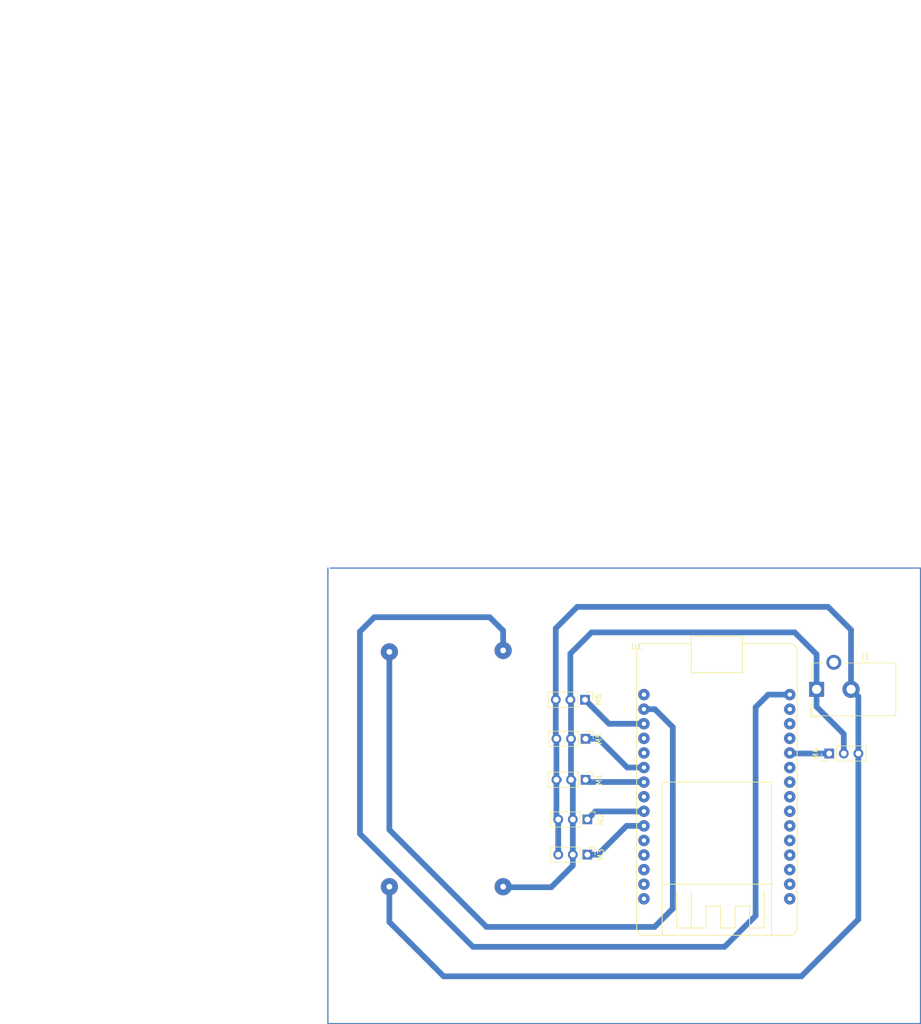
<source format=kicad_pcb>
(kicad_pcb (version 20240108) (generator "pcbnew") (generator_version "8.0")
  (layers (0 "F.Cu" signal) (31 "B.Cu" signal) (34 "B.Paste" user) (35 "F.Paste" user) (36 "B.SilkS" user "B.Silkscreen") (37 "F.SilkS" user "F.Silkscreen") (38 "B.Mask" user) (39 "F.Mask" user) (44 "Edge.Cuts" user))
  (net 0 "")
  (net 1 "GND")
  (net 2 "+12V")
  (net 3 "PWM3")
  (net 4 "PWM2")
  (net 5 "PWM1")
  (net 6 "PWM6")
  (net 7 "PWM4")
  (net 8 "PWM5")
  (net 11 "VccPlaca")
  (net 25 "GndPlaca")
  (footprint "Connector_PinHeader_2.54mm:PinHeader_1x03_P2.54mm_Vertical" (layer "F.Cu") (at 86.955 127.32 -90)
    (property "Reference" "M2" (at 0 -2.33 90) (layer "F.SilkS"))
    (property "Value" "Motor_Servo")
    (fp_line (start -1.33 6.41) (end 1.33 6.41) (stroke (width 0.12)) (layer "F.SilkS"))
    (fp_line (start -1.33 1.27) (end -1.33 6.41) (stroke (width 0.12)) (layer "F.SilkS"))
    (fp_line (start -1.33 1.27) (end 1.33 1.27) (stroke (width 0.12)) (layer "F.SilkS"))
    (fp_line (start 1.33 1.27) (end 1.33 6.41) (stroke (width 0.12)) (layer "F.SilkS"))
    (fp_line (start -1.33 0) (end -1.33 -1.33) (stroke (width 0.12)) (layer "F.SilkS"))
    (fp_line (start -1.33 -1.33) (end 0 -1.33) (stroke (width 0.12)) (layer "F.SilkS"))
    (pad "1" thru_hole rect (at 0 0 270) (size 1.7 1.7) (drill 1) (layers "*.Cu" "*.Mask") (net 4 "PWM2"))
    (pad "2" thru_hole oval (at 0 2.54 270) (size 1.7 1.7) (drill 1) (layers "*.Cu" "*.Mask") (net 2 "+12V"))
    (pad "3" thru_hole oval (at 0 5.08 270) (size 1.7 1.7) (drill 1) (layers "*.Cu" "*.Mask") (net 1 "GND"))
  )
  (footprint "Connector_BarrelJack:BarrelJack_CUI_PJ-102AH_Horizontal" (layer "F.Cu") (at 126.87 104.66 90)
    (property "Reference" "J1" (at 5.75 8.45 0) (layer "F.SilkS"))
    (property "Value" "Barrel_Jack_MountingPin")
    (fp_line (start -4.84 -1.04) (end -3.1 -1.04) (stroke (width 0.12)) (layer "F.SilkS"))
    (fp_line (start 4.6 -0.8) (end 4.6 1.2) (stroke (width 0.12)) (layer "F.SilkS"))
    (fp_line (start 1.8 -0.8) (end 4.6 -0.8) (stroke (width 0.12)) (layer "F.SilkS"))
    (fp_line (start -4.6 -0.8) (end -1.8 -0.8) (stroke (width 0.12)) (layer "F.SilkS"))
    (fp_line (start -4.84 0.7) (end -4.84 -1.04) (stroke (width 0.12)) (layer "F.SilkS"))
    (fp_line (start 4.6 4.8) (end 4.6 13.8) (stroke (width 0.12)) (layer "F.SilkS"))
    (fp_line (start 4.6 13.8) (end -4.6 13.8) (stroke (width 0.12)) (layer "F.SilkS"))
    (fp_line (start -4.6 13.8) (end -4.6 -0.8) (stroke (width 0.12)) (layer "F.SilkS"))
    (pad "1" thru_hole rect (at 0 0 90) (size 2.6 2.6) (drill 1.6) (layers "*.Cu" "*.Mask") (net 2 "+12V"))
    (pad "2" thru_hole circle (at 0 6 90) (size 3 3) (drill 1.6) (layers "*.Cu" "*.Mask") (net 1 "GND"))
    (pad "3" thru_hole circle (at 4.7 3 90) (size 2.6 2.6) (drill 1.6) (layers "*.Cu" "*.Mask"))
  )
  (footprint "Connector_PinHeader_2.54mm:PinHeader_1x03_P2.54mm_Vertical" (layer "F.Cu") (at 86.64 120.41 -90)
    (property "Reference" "M1" (at 0 -2.33 90) (layer "F.SilkS"))
    (property "Value" "Motor_Servo")
    (fp_line (start -1.33 6.41) (end 1.33 6.41) (stroke (width 0.12)) (layer "F.SilkS"))
    (fp_line (start -1.33 1.27) (end -1.33 6.41) (stroke (width 0.12)) (layer "F.SilkS"))
    (fp_line (start -1.33 1.27) (end 1.33 1.27) (stroke (width 0.12)) (layer "F.SilkS"))
    (fp_line (start 1.33 1.27) (end 1.33 6.41) (stroke (width 0.12)) (layer "F.SilkS"))
    (fp_line (start -1.33 0) (end -1.33 -1.33) (stroke (width 0.12)) (layer "F.SilkS"))
    (fp_line (start -1.33 -1.33) (end 0 -1.33) (stroke (width 0.12)) (layer "F.SilkS"))
    (pad "1" thru_hole rect (at 0 0 270) (size 1.7 1.7) (drill 1) (layers "*.Cu" "*.Mask") (net 3 "PWM3"))
    (pad "2" thru_hole oval (at 0 2.54 270) (size 1.7 1.7) (drill 1) (layers "*.Cu" "*.Mask") (net 2 "+12V"))
    (pad "3" thru_hole oval (at 0 5.08 270) (size 1.7 1.7) (drill 1) (layers "*.Cu" "*.Mask") (net 1 "GND"))
  )
  (footprint "Connector_PinHeader_2.54mm:PinHeader_1x03_P2.54mm_Vertical" (layer "F.Cu") (at 86.53 106.47 -90)
    (property "Reference" "M6" (at 0 -2.33 90) (layer "F.SilkS"))
    (property "Value" "Motor_Servo")
    (fp_line (start -1.33 6.41) (end 1.33 6.41) (stroke (width 0.12)) (layer "F.SilkS"))
    (fp_line (start -1.33 1.27) (end -1.33 6.41) (stroke (width 0.12)) (layer "F.SilkS"))
    (fp_line (start -1.33 1.27) (end 1.33 1.27) (stroke (width 0.12)) (layer "F.SilkS"))
    (fp_line (start 1.33 1.27) (end 1.33 6.41) (stroke (width 0.12)) (layer "F.SilkS"))
    (fp_line (start -1.33 0) (end -1.33 -1.33) (stroke (width 0.12)) (layer "F.SilkS"))
    (fp_line (start -1.33 -1.33) (end 0 -1.33) (stroke (width 0.12)) (layer "F.SilkS"))
    (pad "1" thru_hole rect (at 0 0 270) (size 1.7 1.7) (drill 1) (layers "*.Cu" "*.Mask") (net 8 "PWM5"))
    (pad "2" thru_hole oval (at 0 2.54 270) (size 1.7 1.7) (drill 1) (layers "*.Cu" "*.Mask") (net 2 "+12V"))
    (pad "3" thru_hole oval (at 0 5.08 270) (size 1.7 1.7) (drill 1) (layers "*.Cu" "*.Mask") (net 1 "GND"))
  )
  (footprint "Connector_PinHeader_2.54mm:PinHeader_1x03_P2.54mm_Vertical" (layer "F.Cu") (at 86.64 113.27 -90)
    (property "Reference" "M5" (at 0 -2.33 90) (layer "F.SilkS"))
    (property "Value" "Motor_Servo")
    (fp_line (start -1.33 6.41) (end 1.33 6.41) (stroke (width 0.12)) (layer "F.SilkS"))
    (fp_line (start -1.33 1.27) (end -1.33 6.41) (stroke (width 0.12)) (layer "F.SilkS"))
    (fp_line (start -1.33 1.27) (end 1.33 1.27) (stroke (width 0.12)) (layer "F.SilkS"))
    (fp_line (start 1.33 1.27) (end 1.33 6.41) (stroke (width 0.12)) (layer "F.SilkS"))
    (fp_line (start -1.33 0) (end -1.33 -1.33) (stroke (width 0.12)) (layer "F.SilkS"))
    (fp_line (start -1.33 -1.33) (end 0 -1.33) (stroke (width 0.12)) (layer "F.SilkS"))
    (pad "1" thru_hole rect (at 0 0 270) (size 1.7 1.7) (drill 1) (layers "*.Cu" "*.Mask") (net 7 "PWM4"))
    (pad "2" thru_hole oval (at 0 2.54 270) (size 1.7 1.7) (drill 1) (layers "*.Cu" "*.Mask") (net 2 "+12V"))
    (pad "3" thru_hole oval (at 0 5.08 270) (size 1.7 1.7) (drill 1) (layers "*.Cu" "*.Mask") (net 1 "GND"))
  )
  (footprint "DOIT_ESP32:DOIT_ESP32_Devkit_mirko" (layer "F.Cu") (at 95.53 96.69)
    (property "Reference" "U1" (at 0 0.5 0) (layer "F.SilkS"))
    (property "Value" "ESP32-Devkit-V1")
    (fp_line (start 0 49.53) (end 0 1.27) (stroke (width 0.15)) (layer "F.SilkS"))
    (fp_line (start 1.27 50.8) (end 26.67 50.8) (stroke (width 0.15)) (layer "F.SilkS"))
    (fp_line (start 4.445 24.13) (end 23.495 24.13) (stroke (width 0.15)) (layer "F.SilkS"))
    (fp_line (start 4.445 50.8) (end 4.445 24.13) (stroke (width 0.15)) (layer "F.SilkS"))
    (fp_line (start 6.985 43.18) (end 6.985 49.53) (stroke (width 0.15)) (layer "F.SilkS"))
    (fp_line (start 6.985 49.53) (end 9.525 49.53) (stroke (width 0.15)) (layer "F.SilkS"))
    (fp_line (start 9.525 -1.27) (end 9.525 5.08) (stroke (width 0.15)) (layer "F.SilkS"))
    (fp_line (start 9.525 0) (end 1.27 0) (stroke (width 0.15)) (layer "F.SilkS"))
    (fp_line (start 9.525 5.08) (end 10.795 5.08) (stroke (width 0.15)) (layer "F.SilkS"))
    (fp_line (start 9.525 49.53) (end 9.525 43.18) (stroke (width 0.15)) (layer "F.SilkS"))
    (fp_line (start 9.525 49.53) (end 12.065 49.53) (stroke (width 0.15)) (layer "F.SilkS"))
    (fp_line (start 10.795 -1.27) (end 9.525 -1.27) (stroke (width 0.15)) (layer "F.SilkS"))
    (fp_line (start 12.065 -1.27) (end 10.795 -1.27) (stroke (width 0.15)) (layer "F.SilkS"))
    (fp_line (start 12.065 -1.27) (end 18.415 -1.27) (stroke (width 0.15)) (layer "F.SilkS"))
    (fp_line (start 12.065 45.72) (end 14.605 45.72) (stroke (width 0.15)) (layer "F.SilkS"))
    (fp_line (start 12.065 46.99) (end 12.065 45.72) (stroke (width 0.15)) (layer "F.SilkS"))
    (fp_line (start 12.065 49.53) (end 12.065 46.99) (stroke (width 0.15)) (layer "F.SilkS"))
    (fp_line (start 14.605 45.72) (end 14.605 49.53) (stroke (width 0.15)) (layer "F.SilkS"))
    (fp_line (start 14.605 49.53) (end 17.145 49.53) (stroke (width 0.15)) (layer "F.SilkS"))
    (fp_line (start 17.145 45.72) (end 19.685 45.72) (stroke (width 0.15)) (layer "F.SilkS"))
    (fp_line (start 17.145 49.53) (end 17.145 45.72) (stroke (width 0.15)) (layer "F.SilkS"))
    (fp_line (start 18.415 -1.27) (end 18.415 2.54) (stroke (width 0.15)) (layer "F.SilkS"))
    (fp_line (start 18.415 0) (end 26.67 0) (stroke (width 0.15)) (layer "F.SilkS"))
    (fp_line (start 18.415 3.81) (end 18.415 2.54) (stroke (width 0.15)) (layer "F.SilkS"))
    (fp_line (start 18.415 3.81) (end 18.415 5.08) (stroke (width 0.15)) (layer "F.SilkS"))
    (fp_line (start 18.415 5.08) (end 10.795 5.08) (stroke (width 0.15)) (layer "F.SilkS"))
    (fp_line (start 19.685 45.72) (end 19.685 48.26) (stroke (width 0.15)) (layer "F.SilkS"))
    (fp_line (start 19.685 48.26) (end 19.685 49.53) (stroke (width 0.15)) (layer "F.SilkS"))
    (fp_line (start 19.685 49.53) (end 22.225 49.53) (stroke (width 0.15)) (layer "F.SilkS"))
    (fp_line (start 22.225 49.53) (end 22.225 43.18) (stroke (width 0.15)) (layer "F.SilkS"))
    (fp_line (start 23.495 24.13) (end 23.495 50.8) (stroke (width 0.15)) (layer "F.SilkS"))
    (fp_line (start 23.495 41.91) (end 4.445 41.91) (stroke (width 0.15)) (layer "F.SilkS"))
    (fp_line (start 27.94 1.27) (end 27.94 49.53) (stroke (width 0.15)) (layer "F.SilkS"))
    (fp_arc (start 0 1.27) (mid 0.371974 0.371974) (end 1.27 0) (stroke (width 0.15)) (layer "F.SilkS"))
    (fp_arc (start 1.27 50.8) (mid 0.371974 50.428026) (end 0 49.53) (stroke (width 0.15)) (layer "F.SilkS"))
    (fp_arc (start 26.67 0) (mid 27.568026 0.371974) (end 27.94 1.27) (stroke (width 0.15)) (layer "F.SilkS"))
    (fp_arc (start 27.94 49.53) (mid 27.568026 50.428026) (end 26.67 50.8) (stroke (width 0.15)) (layer "F.SilkS"))
    (pad "1" thru_hole circle (at 26.67 8.89) (size 2 2) (drill 0.762) (layers "*.Cu" "*.Mask") (net 11 "VccPlaca"))
    (pad "2" thru_hole circle (at 26.67 11.43) (size 2 2) (drill 0.762) (layers "*.Cu" "*.Mask"))
    (pad "3" thru_hole circle (at 26.67 13.97) (size 2 2) (drill 0.762) (layers "*.Cu" "*.Mask"))
    (pad "4" thru_hole circle (at 26.67 16.51) (size 2 2) (drill 0.762) (layers "*.Cu" "*.Mask"))
    (pad "5" thru_hole circle (at 26.67 19.05) (size 2 2) (drill 0.762) (layers "*.Cu" "*.Mask") (net 6 "PWM6"))
    (pad "6" thru_hole circle (at 26.67 21.59) (size 2 2) (drill 0.762) (layers "*.Cu" "*.Mask"))
    (pad "7" thru_hole circle (at 26.67 24.13) (size 2 2) (drill 0.762) (layers "*.Cu" "*.Mask"))
    (pad "8" thru_hole circle (at 26.67 26.67) (size 2 2) (drill 0.762) (layers "*.Cu" "*.Mask"))
    (pad "9" thru_hole circle (at 26.67 29.21) (size 2 2) (drill 0.762) (layers "*.Cu" "*.Mask"))
    (pad "10" thru_hole circle (at 26.67 31.75) (size 2 2) (drill 0.762) (layers "*.Cu" "*.Mask"))
    (pad "11" thru_hole circle (at 26.67 34.29) (size 2 2) (drill 0.762) (layers "*.Cu" "*.Mask"))
    (pad "12" thru_hole circle (at 26.67 36.83) (size 2 2) (drill 0.762) (layers "*.Cu" "*.Mask"))
    (pad "13" thru_hole circle (at 26.67 39.37) (size 2 2) (drill 0.762) (layers "*.Cu" "*.Mask"))
    (pad "14" thru_hole circle (at 26.67 41.91) (size 2 2) (drill 0.762) (layers "*.Cu" "*.Mask"))
    (pad "15" thru_hole circle (at 26.67 44.45) (size 2 2) (drill 0.762) (layers "*.Cu" "*.Mask"))
    (pad "16" thru_hole circle (at 1.27 44.45) (size 2 2) (drill 0.762) (layers "*.Cu" "*.Mask"))
    (pad "17" thru_hole circle (at 1.27 41.91) (size 2 2) (drill 0.762) (layers "*.Cu" "*.Mask"))
    (pad "18" thru_hole circle (at 1.27 39.37) (size 2 2) (drill 0.762) (layers "*.Cu" "*.Mask"))
    (pad "19" thru_hole circle (at 1.27 36.83) (size 2 2) (drill 0.762) (layers "*.Cu" "*.Mask"))
    (pad "20" thru_hole circle (at 1.27 34.29) (size 2 2) (drill 0.762) (layers "*.Cu" "*.Mask"))
    (pad "21" thru_hole circle (at 1.27 31.75) (size 2 2) (drill 0.762) (layers "*.Cu" "*.Mask") (net 5 "PWM1"))
    (pad "22" thru_hole circle (at 1.27 29.21) (size 2 2) (drill 0.762) (layers "*.Cu" "*.Mask") (net 4 "PWM2"))
    (pad "23" thru_hole circle (at 1.27 26.67) (size 2 2) (drill 0.762) (layers "*.Cu" "*.Mask"))
    (pad "24" thru_hole circle (at 1.27 24.13) (size 2 2) (drill 0.762) (layers "*.Cu" "*.Mask") (net 3 "PWM3"))
    (pad "25" thru_hole circle (at 1.27 21.59) (size 2 2) (drill 0.762) (layers "*.Cu" "*.Mask") (net 7 "PWM4"))
    (pad "26" thru_hole circle (at 1.27 19.05) (size 2 2) (drill 0.762) (layers "*.Cu" "*.Mask"))
    (pad "27" thru_hole circle (at 1.27 16.51) (size 2 2) (drill 0.762) (layers "*.Cu" "*.Mask"))
    (pad "28" thru_hole circle (at 1.27 13.97) (size 2 2) (drill 0.762) (layers "*.Cu" "*.Mask") (net 8 "PWM5"))
    (pad "29" thru_hole circle (at 1.27 11.43) (size 2 2) (drill 0.762) (layers "*.Cu" "*.Mask") (net 25 "GndPlaca"))
    (pad "30" thru_hole circle (at 1.27 8.89) (size 2 2) (drill 0.762) (layers "*.Cu" "*.Mask"))
  )
  (footprint "Connector_PinHeader_2.54mm:PinHeader_1x03_P2.54mm_Vertical" (layer "F.Cu") (at 129.07 115.84 90)
    (property "Reference" "M4" (at 0 -2.33 -90) (layer "F.SilkS"))
    (property "Value" "Motor_Servo")
    (fp_line (start -1.33 -1.33) (end 0 -1.33) (stroke (width 0.12)) (layer "F.SilkS"))
    (fp_line (start -1.33 0) (end -1.33 -1.33) (stroke (width 0.12)) (layer "F.SilkS"))
    (fp_line (start 1.33 1.27) (end 1.33 6.41) (stroke (width 0.12)) (layer "F.SilkS"))
    (fp_line (start -1.33 1.27) (end 1.33 1.27) (stroke (width 0.12)) (layer "F.SilkS"))
    (fp_line (start -1.33 1.27) (end -1.33 6.41) (stroke (width 0.12)) (layer "F.SilkS"))
    (fp_line (start -1.33 6.41) (end 1.33 6.41) (stroke (width 0.12)) (layer "F.SilkS"))
    (pad "1" thru_hole rect (at 0 0 90) (size 1.7 1.7) (drill 1) (layers "*.Cu" "*.Mask") (net 6 "PWM6"))
    (pad "2" thru_hole oval (at 0 2.54 90) (size 1.7 1.7) (drill 1) (layers "*.Cu" "*.Mask") (net 2 "+12V"))
    (pad "3" thru_hole oval (at 0 5.08 90) (size 1.7 1.7) (drill 1) (layers "*.Cu" "*.Mask") (net 1 "GND"))
  )
  (footprint "Stepdown:Step down lm" (layer "F.Cu") (at -15.096 -15.14 90)
    (property "Reference" "U2" (hide yes))
    (property "Value" "~" (hide yes))
    (pad "VIN+" thru_hole circle (at -154.178 87.376 90) (size 3 3) (drill 1) (layers "*.Cu" "*.Mask") (net 2 "+12V"))
    (pad "VIN-" thru_hole circle (at -154.178 67.564 90) (size 3 3) (drill 1) (layers "*.Cu" "*.Mask") (net 1 "GND"))
    (pad "VOUT+" thru_hole circle (at -113.03 87.376 90) (size 3 3) (drill 1) (layers "*.Cu" "*.Mask") (net 11 "VccPlaca"))
    (pad "VOUT-" thru_hole circle (at -113.284 67.564 90) (size 3 3) (drill 1) (layers "*.Cu" "*.Mask") (net 25 "GndPlaca"))
  )
  (footprint "Connector_PinHeader_2.54mm:PinHeader_1x03_P2.54mm_Vertical" (layer "F.Cu") (at 86.955 133.45 -90)
    (property "Reference" "M3" (at 0 -2.33 90) (layer "F.SilkS"))
    (property "Value" "Motor_Servo")
    (fp_line (start -1.33 6.41) (end 1.33 6.41) (stroke (width 0.12)) (layer "F.SilkS"))
    (fp_line (start -1.33 1.27) (end -1.33 6.41) (stroke (width 0.12)) (layer "F.SilkS"))
    (fp_line (start -1.33 1.27) (end 1.33 1.27) (stroke (width 0.12)) (layer "F.SilkS"))
    (fp_line (start 1.33 1.27) (end 1.33 6.41) (stroke (width 0.12)) (layer "F.SilkS"))
    (fp_line (start -1.33 0) (end -1.33 -1.33) (stroke (width 0.12)) (layer "F.SilkS"))
    (fp_line (start -1.33 -1.33) (end 0 -1.33) (stroke (width 0.12)) (layer "F.SilkS"))
    (pad "1" thru_hole rect (at 0 0 270) (size 1.7 1.7) (drill 1) (layers "*.Cu" "*.Mask") (net 5 "PWM1"))
    (pad "2" thru_hole oval (at 0 2.54 270) (size 1.7 1.7) (drill 1) (layers "*.Cu" "*.Mask") (net 2 "+12V"))
    (pad "3" thru_hole oval (at 0 5.08 270) (size 1.7 1.7) (drill 1) (layers "*.Cu" "*.Mask") (net 1 "GND"))
  )
  (gr_line (start 41.76 162.88) (end 41.76 83.54) (stroke (width 0.2)) (layer "B.Cu"))
  (gr_line (start 144.97 162.88) (end 41.76 162.88) (stroke (width 0.2)) (layer "B.Cu"))
  (gr_line (start 42.17 83.54) (end 144.97 83.54) (stroke (width 0.2)) (layer "B.Cu"))
  (gr_line (start 144.97 83.54) (end 144.97 162.88) (stroke (width 0.2)) (layer "B.Cu"))
  (segment (start 134.15 115.84) (end 134.15 105.94) (width 1) (layer "B.Cu") (net 1))
  (segment (start 85.19 90.3) (end 81.45 94.04) (width 1) (layer "B.Cu") (net 1))
  (segment (start 128.87 90.3) (end 85.19 90.3) (width 1) (layer "B.Cu") (net 1))
  (segment (start 81.56 120.41) (end 81.56 127.005) (width 1) (layer "B.Cu") (net 1))
  (segment (start 61.92 154.64) (end 124.22 154.64) (width 1) (layer "B.Cu") (net 1))
  (segment (start 134.15 144.71) (end 134.15 115.84) (width 1) (layer "B.Cu") (net 1))
  (segment (start 52.468 139.038) (end 52.468 145.188) (width 1) (layer "B.Cu") (net 1))
  (segment (start 52.468 145.188) (end 61.92 154.64) (width 1) (layer "B.Cu") (net 1))
  (segment (start 81.45 113.16) (end 81.56 113.27) (width 1) (layer "B.Cu") (net 1))
  (segment (start 81.45 106.47) (end 81.45 113.16) (width 1) (layer "B.Cu") (net 1))
  (segment (start 81.45 94.04) (end 81.45 106.47) (width 1) (layer "B.Cu") (net 1))
  (segment (start 81.56 113.27) (end 81.56 120.41) (width 1) (layer "B.Cu") (net 1))
  (segment (start 81.56 127.005) (end 81.875 127.32) (width 1) (layer "B.Cu") (net 1))
  (segment (start 134.15 105.94) (end 132.87 104.66) (width 1) (layer "B.Cu") (net 1))
  (segment (start 124.22 154.64) (end 134.15 144.71) (width 1) (layer "B.Cu") (net 1))
  (segment (start 132.87 104.66) (end 132.87 94.3) (width 1) (layer "B.Cu") (net 1))
  (segment (start 81.955 120.455) (end 82 120.41) (width 1) (layer "B.Cu") (net 1))
  (segment (start 81.875 127.32) (end 81.875 133.45) (width 1) (layer "B.Cu") (net 1))
  (segment (start 132.87 94.3) (end 128.87 90.3) (width 1) (layer "B.Cu") (net 1))
  (segment (start 72.28 139.038) (end 72.372 139.13) (width 1) (layer "B.Cu") (net 2))
  (segment (start 126.87 107.71) (end 131.61 112.45) (width 1) (layer "B.Cu") (net 2))
  (segment (start 84.1 106.58) (end 83.99 106.47) (width 1) (layer "B.Cu") (net 2))
  (segment (start 84.415 135.365) (end 84.415 133.45) (width 1) (layer "B.Cu") (net 2))
  (segment (start 126.87 104.66) (end 126.87 107.71) (width 1) (layer "B.Cu") (net 2))
  (segment (start 84.415 133.45) (end 84.415 127.32) (width 1) (layer "B.Cu") (net 2))
  (segment (start 84.415 120.725) (end 84.1 120.41) (width 1) (layer "B.Cu") (net 2))
  (segment (start 123.05 94.74) (end 126.87 98.56) (width 1) (layer "B.Cu") (net 2))
  (segment (start 83.99 98.43) (end 87.68 94.74) (width 1) (layer "B.Cu") (net 2))
  (segment (start 126.87 98.56) (end 126.87 104.66) (width 1) (layer "B.Cu") (net 2))
  (segment (start 83.99 106.47) (end 83.99 98.43) (width 1) (layer "B.Cu") (net 2))
  (segment (start 80.65 139.13) (end 84.415 135.365) (width 1) (layer "B.Cu") (net 2))
  (segment (start 87.68 94.74) (end 123.05 94.74) (width 1) (layer "B.Cu") (net 2))
  (segment (start 84.495 120.455) (end 84.54 120.41) (width 1) (layer "B.Cu") (net 2))
  (segment (start 72.372 139.13) (end 80.65 139.13) (width 1) (layer "B.Cu") (net 2))
  (segment (start 131.61 112.45) (end 131.61 115.84) (width 1) (layer "B.Cu") (net 2))
  (segment (start 84.415 127.32) (end 84.415 120.725) (width 1) (layer "B.Cu") (net 2))
  (segment (start 84.1 120.41) (end 84.1 113.27) (width 1) (layer "B.Cu") (net 2))
  (segment (start 84.1 113.27) (end 84.1 106.58) (width 1) (layer "B.Cu") (net 2))
  (segment (start 86.64 120.41) (end 87.03 120.8) (width 1) (layer "B.Cu") (net 3))
  (segment (start 87.08 120.41) (end 87.09 120.42) (width 1) (layer "B.Cu") (net 3))
  (segment (start 87.03 120.8) (end 96.78 120.8) (width 1) (layer "B.Cu") (net 3))
  (segment (start 96.78 120.8) (end 96.8 120.82) (width 1) (layer "B.Cu") (net 3))
  (segment (start 88.345 125.93) (end 96.77 125.93) (width 1) (layer "B.Cu") (net 4))
  (segment (start 86.955 127.32) (end 88.345 125.93) (width 1) (layer "B.Cu") (net 4))
  (segment (start 96.77 125.93) (end 96.8 125.9) (width 1) (layer "B.Cu") (net 4))
  (segment (start 88.77 133.45) (end 93.78 128.44) (width 1) (layer "B.Cu") (net 5))
  (segment (start 86.955 133.45) (end 88.77 133.45) (width 1) (layer "B.Cu") (net 5))
  (segment (start 93.78 128.44) (end 96.8 128.44) (width 1) (layer "B.Cu") (net 5))
  (segment (start 129.07 115.84) (end 122.3 115.84) (width 1) (layer "B.Cu") (net 6))
  (segment (start 122.26 115.68) (end 122.2 115.74) (width 1) (layer "B.Cu") (net 6))
  (segment (start 122.3 115.84) (end 122.2 115.74) (width 1) (layer "B.Cu") (net 6))
  (segment (start 129.42 115.7) (end 129.4 115.68) (width 1) (layer "B.Cu") (net 6))
  (segment (start 88.89 113.27) (end 93.9 118.28) (width 1) (layer "B.Cu") (net 7))
  (segment (start 96.78 118.3) (end 96.8 118.28) (width 1) (layer "B.Cu") (net 7))
  (segment (start 93.9 118.28) (end 96.8 118.28) (width 1) (layer "B.Cu") (net 7))
  (segment (start 86.64 113.27) (end 88.89 113.27) (width 1) (layer "B.Cu") (net 7))
  (segment (start 90.72 110.66) (end 96.8 110.66) (width 1) (layer "B.Cu") (net 8))
  (segment (start 86.53 106.47) (end 90.72 110.66) (width 1) (layer "B.Cu") (net 8))
  (segment (start 96.39 110.25) (end 96.8 110.66) (width 1) (layer "B.Cu") (net 8))
  (segment (start 69.94 92.1) (end 49.84 92.1) (width 1) (layer "B.Cu") (net 11))
  (segment (start 116.25 144.1) (end 116.25 107.77) (width 1) (layer "B.Cu") (net 11))
  (segment (start 110.84 149.51) (end 116.25 144.1) (width 1) (layer "B.Cu") (net 11))
  (segment (start 116.25 107.77) (end 118.44 105.58) (width 1) (layer "B.Cu") (net 11))
  (segment (start 47.34 129.82) (end 67.03 149.51) (width 1) (layer "B.Cu") (net 11))
  (segment (start 118.44 105.58) (end 122.2 105.58) (width 1) (layer "B.Cu") (net 11))
  (segment (start 47.34 94.6) (end 47.34 129.82) (width 1) (layer "B.Cu") (net 11))
  (segment (start 67.03 149.51) (end 110.84 149.51) (width 1) (layer "B.Cu") (net 11))
  (segment (start 72.28 97.89) (end 72.28 94.44) (width 1) (layer "B.Cu") (net 11))
  (segment (start 49.84 92.1) (end 47.34 94.6) (width 1) (layer "B.Cu") (net 11))
  (segment (start 72.28 94.44) (end 69.94 92.1) (width 1) (layer "B.Cu") (net 11))
  (segment (start 98.7 108.12) (end 96.8 108.12) (width 1) (layer "B.Cu") (net 25))
  (segment (start 101.83 111.25) (end 98.7 108.12) (width 1) (layer "B.Cu") (net 25))
  (segment (start 52.468 129.128) (end 69.38 146.04) (width 1) (layer "B.Cu") (net 25))
  (segment (start 69.38 146.04) (end 98.65 146.04) (width 1) (layer "B.Cu") (net 25))
  (segment (start 52.468 98.144) (end 52.468 129.128) (width 1) (layer "B.Cu") (net 25))
  (segment (start 101.83 142.86) (end 101.83 111.25) (width 1) (layer "B.Cu") (net 25))
  (segment (start 98.65 146.04) (end 101.83 142.86) (width 1) (layer "B.Cu") (net 25))
)
</source>
